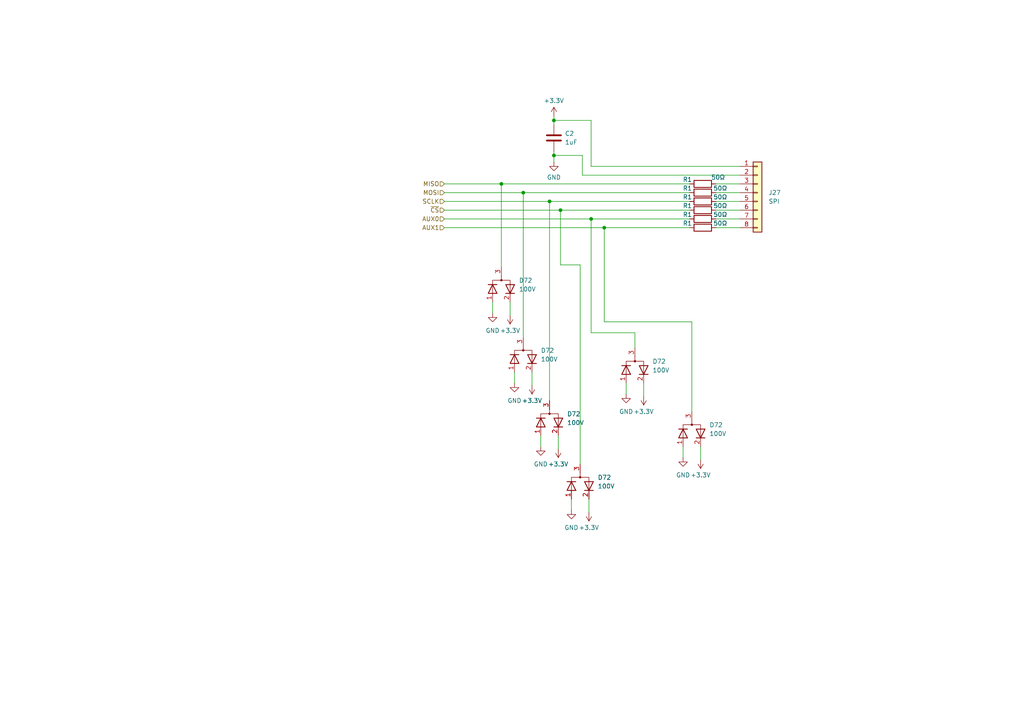
<source format=kicad_sch>
(kicad_sch (version 20230121) (generator eeschema)
  (paper "A4")
  (lib_symbols
    (symbol "Connector_Generic:Conn_01x08" (pin_names (offset 1.016) hide)
      (property "Reference" "J" (at 0 10.16 0))
      (property "Value" "Conn_01x08" (at 0 -12.7 0))
      (symbol "Conn_01x08_1_1"
        (rectangle (start -1.27 -10.033) (end 0 -10.287) (stroke (width 0.1524)))
        (rectangle (start -1.27 -7.493) (end 0 -7.747) (stroke (width 0.1524)))
        (rectangle (start -1.27 -4.953) (end 0 -5.207) (stroke (width 0.1524)))
        (rectangle (start -1.27 -2.413) (end 0 -2.667) (stroke (width 0.1524)))
        (rectangle (start -1.27 0.127) (end 0 -0.127) (stroke (width 0.1524)))
        (rectangle (start -1.27 2.667) (end 0 2.413) (stroke (width 0.1524)))
        (rectangle (start -1.27 5.207) (end 0 4.953) (stroke (width 0.1524)))
        (rectangle (start -1.27 7.747) (end 0 7.493) (stroke (width 0.1524)))
        (rectangle (start -1.27 8.89) (end 1.27 -11.43) (stroke (width 0.254)) (fill (type background)))
        (pin passive line (at -5.08 7.62 0) (length 3.81) (name "Pin_1") (number "1"))
        (pin passive line (at -5.08 5.08 0) (length 3.81) (name "Pin_2") (number "2"))
        (pin passive line (at -5.08 2.54 0) (length 3.81) (name "Pin_3") (number "3"))
        (pin passive line (at -5.08 0 0) (length 3.81) (name "Pin_4") (number "4"))
        (pin passive line (at -5.08 -2.54 0) (length 3.81) (name "Pin_5") (number "5"))
        (pin passive line (at -5.08 -5.08 0) (length 3.81) (name "Pin_6") (number "6"))
        (pin passive line (at -5.08 -7.62 0) (length 3.81) (name "Pin_7") (number "7"))
        (pin passive line (at -5.08 -10.16 0) (length 3.81) (name "Pin_8") (number "8"))
      )
    )
    (symbol "Device:C" (pin_numbers hide) (pin_names (offset 0.254))
      (property "Reference" "C" (at 0.635 2.54 0))
      (property "Value" "C" (at 0.635 -2.54 0))
      (symbol "C_0_1"
        (polyline (pts (xy -2.032 -0.762) (xy 2.032 -0.762)) (stroke (width 0.508)))
        (polyline (pts (xy -2.032 0.762) (xy 2.032 0.762)) (stroke (width 0.508)))
      )
      (symbol "C_1_1"
        (pin passive line (at 0 3.81 270) (length 2.794) (name "~") (number "1"))
        (pin passive line (at 0 -3.81 90) (length 2.794) (name "~") (number "2"))
      )
    )
    (symbol "Device:D_Dual_Series_AKC_Parallel" (pin_names (offset 0.762) hide)
      (property "Reference" "D" (at 0 5.08 0))
      (property "Value" "D_Dual_Series_AKC_Parallel" (at 0 -5.08 0))
      (symbol "D_Dual_Series_AKC_Parallel_0_0"
        (polyline (pts (xy 0 -1.27) (xy 0 -3.81)) (stroke (width 0.254)))
        (polyline (pts (xy 2.54 3.81) (xy 2.54 1.27)) (stroke (width 0.254)))
      )
      (symbol "D_Dual_Series_AKC_Parallel_0_1"
        (circle (center -1.27 0) (radius 0.254) (fill (type outline)))
        (polyline (pts (xy -1.27 0) (xy -2.54 0)))
        (polyline (pts (xy 2.54 2.54) (xy -1.27 2.54) (xy -1.27 -2.54) (xy 2.54 -2.54)))
        (polyline (pts (xy 0 3.81) (xy 2.54 2.54) (xy 0 1.27) (xy 0 3.81) (xy 0 3.81) (xy 0 3.81)) (stroke (width 0.254)))
        (polyline (pts (xy 2.54 -1.27) (xy 0 -2.54) (xy 2.54 -3.81) (xy 2.54 -1.27) (xy 2.54 -1.27) (xy 2.54 -1.27)) (stroke (width 0.254)))
        (pin passive line (at 5.08 -2.54 180) (length 2.54) (name "K") (number "1"))
        (pin passive line (at 5.08 2.54 180) (length 2.54) (name "K") (number "2"))
        (pin passive line (at -5.08 0 0) (length 2.54) (name "A") (number "3"))
      )
    )
    (symbol "Device:R" (pin_numbers hide) (pin_names (offset 0))
      (property "Reference" "R" (at 2.032 0 90))
      (property "Value" "R" (at 0 0 90))
      (symbol "R_0_1"
        (rectangle (start -1.016 -2.54) (end 1.016 2.54) (stroke (width 0.254)))
      )
      (symbol "R_1_1"
        (pin passive line (at 0 3.81 270) (length 1.27) (name "~") (number "1"))
        (pin passive line (at 0 -3.81 90) (length 1.27) (name "~") (number "2"))
      )
    )
    (symbol "power:+3.3V" (power) (pin_names (offset 0))
      (property "Value" "+3.3V" (at 0 3.556 0))
      (symbol "+3.3V_0_1"
        (polyline (pts (xy -0.762 1.27) (xy 0 2.54)))
        (polyline (pts (xy 0 0) (xy 0 2.54)))
        (polyline (pts (xy 0 2.54) (xy 0.762 1.27)))
      )
      (symbol "+3.3V_1_1"
        (pin power_in line (at 0 0 90) (length 0) hide (name "+3.3V") (number "1"))
      )
    )
    (symbol "power:GND" (power) (pin_names (offset 0))
      (property "Value" "GND" (at 0 -3.81 0))
      (symbol "GND_0_1"
        (polyline (pts (xy 0 0) (xy 0 -1.27) (xy 1.27 -1.27) (xy 0 -2.54) (xy -1.27 -1.27) (xy 0 -1.27)))
      )
      (symbol "GND_1_1"
        (pin power_in line (at 0 0 270) (length 0) hide (name "GND") (number "1"))
      )
    )
  )
  (junction (at 145.415 53.34))
  (junction (at 151.765 55.88))
  (junction (at 171.45 63.5))
  (junction (at 162.56 60.96))
  (junction (at 160.655 34.925))
  (junction (at 160.655 45.085))
  (junction (at 175.26 66.04))
  (junction (at 159.385 58.42))
  (wire (pts (xy 171.45 34.925) (xy 171.45 48.26)))
  (wire (pts (xy 207.645 63.5) (xy 214.63 63.5)))
  (wire (pts (xy 159.385 58.42) (xy 200.025 58.42)))
  (wire (pts (xy 200.66 119.38) (xy 200.66 93.345)))
  (wire (pts (xy 171.45 63.5) (xy 171.45 96.52)))
  (wire (pts (xy 128.905 63.5) (xy 171.45 63.5)))
  (wire (pts (xy 145.415 53.34) (xy 200.025 53.34)))
  (wire (pts (xy 142.875 90.805) (xy 142.875 87.63)))
  (wire (pts (xy 175.26 66.04) (xy 200.025 66.04)))
  (wire (pts (xy 184.15 100.965) (xy 184.15 96.52)))
  (wire (pts (xy 128.905 60.96) (xy 162.56 60.96)))
  (wire (pts (xy 168.275 76.835) (xy 162.56 76.835)))
  (wire (pts (xy 161.925 130.175) (xy 161.925 126.365)))
  (wire (pts (xy 151.765 55.88) (xy 200.025 55.88)))
  (wire (pts (xy 128.905 53.34) (xy 145.415 53.34)))
  (wire (pts (xy 160.655 43.815) (xy 160.655 45.085)))
  (wire (pts (xy 128.905 55.88) (xy 151.765 55.88)))
  (wire (pts (xy 207.645 55.88) (xy 214.63 55.88)))
  (wire (pts (xy 147.955 91.44) (xy 147.955 87.63)))
  (wire (pts (xy 160.655 45.085) (xy 160.655 46.99)))
  (wire (pts (xy 184.15 96.52) (xy 171.45 96.52)))
  (wire (pts (xy 160.655 45.085) (xy 168.91 45.085)))
  (wire (pts (xy 162.56 60.96) (xy 200.025 60.96)))
  (wire (pts (xy 159.385 58.42) (xy 159.385 116.205)))
  (wire (pts (xy 168.275 134.62) (xy 168.275 76.835)))
  (wire (pts (xy 128.905 58.42) (xy 159.385 58.42)))
  (wire (pts (xy 151.765 55.88) (xy 151.765 97.79)))
  (wire (pts (xy 170.815 148.59) (xy 170.815 144.78)))
  (wire (pts (xy 160.655 34.925) (xy 171.45 34.925)))
  (wire (pts (xy 207.645 66.04) (xy 214.63 66.04)))
  (wire (pts (xy 198.12 132.715) (xy 198.12 129.54)))
  (wire (pts (xy 181.61 114.3) (xy 181.61 111.125)))
  (wire (pts (xy 171.45 48.26) (xy 214.63 48.26)))
  (wire (pts (xy 128.905 66.04) (xy 175.26 66.04)))
  (wire (pts (xy 207.645 53.34) (xy 214.63 53.34)))
  (wire (pts (xy 162.56 76.835) (xy 162.56 60.96)))
  (wire (pts (xy 207.645 58.42) (xy 214.63 58.42)))
  (wire (pts (xy 203.2 133.35) (xy 203.2 129.54)))
  (wire (pts (xy 156.845 129.54) (xy 156.845 126.365)))
  (wire (pts (xy 171.45 63.5) (xy 200.025 63.5)))
  (wire (pts (xy 145.415 53.34) (xy 145.415 77.47)))
  (wire (pts (xy 154.305 111.76) (xy 154.305 107.95)))
  (wire (pts (xy 168.91 45.085) (xy 168.91 50.8)))
  (wire (pts (xy 186.69 114.935) (xy 186.69 111.125)))
  (wire (pts (xy 200.66 93.345) (xy 175.26 93.345)))
  (wire (pts (xy 168.91 50.8) (xy 214.63 50.8)))
  (wire (pts (xy 160.655 34.925) (xy 160.655 36.195)))
  (wire (pts (xy 149.225 111.125) (xy 149.225 107.95)))
  (wire (pts (xy 165.735 147.955) (xy 165.735 144.78)))
  (wire (pts (xy 160.655 33.655) (xy 160.655 34.925)))
  (wire (pts (xy 207.645 60.96) (xy 214.63 60.96)))
  (wire (pts (xy 175.26 93.345) (xy 175.26 66.04)))
  (hierarchical_label "MOSI" (shape input) (at 128.905 55.88 180))
  (hierarchical_label "AUX1" (shape input) (at 128.905 66.04 180))
  (hierarchical_label "SCLK" (shape input) (at 128.905 58.42 180))
  (hierarchical_label "AUX0" (shape input) (at 128.905 63.5 180))
  (hierarchical_label "MISO" (shape input) (at 128.905 53.34 180))
  (hierarchical_label "~{CS}" (shape input) (at 128.905 60.96 180))
  (symbol (lib_id "power:GND") (at 198.12 132.715 0) (unit 1)
    (property "Reference" "#PWR01" (effects hide))
    (property "Value" "GND" (at 198.12 137.795 0))
    (instances (project "TeensyIrrigation" (path "" (reference "#PWR01") (unit 1)) (path "" (reference "#PWR05") (unit 1)) (path "" (reference "#PWR09") (unit 1)) (path "" (reference "#PWR013") (unit 1)) (path "" (reference "#PWR017") (unit 1)) (path "" (reference "#PWR044") (unit 1)) (path "" (reference "#PWR036") (unit 1)) (path "" (reference "#PWR040") (unit 1)) (path "" (reference "#PWR032") (unit 1)) (path "" (reference "#PWR054") (unit 1)) (path "" (reference "#PWR062") (unit 1)) (path "" (reference "#PWR058") (unit 1)) (path "" (reference "#PWR066") (unit 1)) (path "" (reference "#PWR076") (unit 1)) (path "" (reference "#PWR084") (unit 1)) (path "" (reference "#PWR080") (unit 1)) (path "" (reference "#PWR088") (unit 1)) (path "" (reference "#PWR0102") (unit 1)) (path "" (reference "#PWR033") (unit 1)) (path "" (reference "#PWR073") (unit 1)) (path "" (reference "#PWR092") (unit 1)) (path "" (reference "#PWR029") (unit 1)) (path "" (reference "#PWR0104") (unit 1)) (path "" (reference "#PWR037") (unit 1)) (path "" (reference "#PWR090") (unit 1)) (path "" (reference "#PWR063") (unit 1)) (path "" (reference "#PWR0112") (unit 1)) (path "" (reference "#PWR014") (unit 1)) (path "" (reference "#PWR098") (unit 1)) (path "" (reference "#PWR059") (unit 1)) (path "" (reference "#PWR0100") (unit 1)) (path "" (reference "#PWR096") (unit 1)) (path "" (reference "#PWR094") (unit 1)) (path "" (reference "#PWR0209") (unit 1)) (path "" (reference "#PWR0213") (unit 1)) (path "" (reference "#PWR0217") (unit 1)) (path "" (reference "#PWR0221") (unit 1)) (path "" (reference "#PWR0236") (unit 1)) (path "" (reference "#PWR0244") (unit 1)) (path "" (reference "#PWR0230") (unit 1)) (path "" (reference "#PWR0238") (unit 1)) (path "" (reference "#PWR0265") (unit 1)) (path "" (reference "#PWR0279") (unit 1))))
  )
  (symbol (lib_id "Device:R") (at 203.835 58.42 270) (unit 1)
    (property "Reference" "R1" (at 199.39 57.15 90))
    (property "Value" "50Ω" (at 208.915 57.15 90))
    (property "Footprint" "Resistor_SMD:R_0805_2012Metric" (effects hide))
    (instances (project "TeensyIrrigation" (path "" (reference "R1") (unit 1)) (path "" (reference "R3") (unit 1)) (path "" (reference "R6") (unit 1)) (path "" (reference "R9") (unit 1)) (path "" (reference "R12") (unit 1)) (path "" (reference "R24") (unit 1)) (path "" (reference "R18") (unit 1)) (path "" (reference "R21") (unit 1)) (path "" (reference "R15") (unit 1)) (path "" (reference "R27") (unit 1)) (path "" (reference "R33") (unit 1)) (path "" (reference "R30") (unit 1)) (path "" (reference "R36") (unit 1)) (path "" (reference "R39") (unit 1)) (path "" (reference "R45") (unit 1)) (path "" (reference "R42") (unit 1)) (path "" (reference "R48") (unit 1)) (path "" (reference "R37") (unit 1)) (path "" (reference "R20") (unit 1)) (path "" (reference "R26") (unit 1)) (path "" (reference "R29") (unit 1)) (path "" (reference "R19") (unit 1)) (path "" (reference "R38") (unit 1)) (path "" (reference "R22") (unit 1)) (path "" (reference "R28") (unit 1)) (path "" (reference "R25") (unit 1)) (path "" (reference "R40") (unit 1)) (path "" (reference "R17") (unit 1)) (path "" (reference "R34") (unit 1)) (path "" (reference "R23") (unit 1)) (path "" (reference "R35") (unit 1)) (path "" (reference "R32") (unit 1)) (path "" (reference "R31") (unit 1)) (path "" (reference "R50") (unit 1)) (path "" (reference "R51") (unit 1)) (path "" (reference "R63") (unit 1)) (path "" (reference "R67") (unit 1)) (path "" (reference "R73") (unit 1))))
  )
  (symbol (lib_id "power:+3.3V") (at 203.2 133.35 180) (unit 1)
    (property "Reference" "#PWR0266" (effects hide))
    (property "Value" "+3.3V" (at 203.2 137.795 0))
    (instances (project "TeensyIrrigation" (path "" (reference "#PWR0266") (unit 1)) (path "" (reference "#PWR0280") (unit 1))))
  )
  (symbol (lib_id "Connector_Generic:Conn_01x08") (at 219.71 55.88 0) (unit 1)
    (property "Reference" "J27" (at 222.885 55.88 0) (effects (justify left)))
    (property "Value" "SPI" (at 222.885 58.42 0) (effects (justify left)))
    (property "Footprint" "Connector_PinHeader_2.54mm:PinHeader_1x08_P2.54mm_Vertical" (effects hide))
    (instances (project "TeensyIrrigation" (path "" (reference "J27") (unit 1)) (path "" (reference "J28") (unit 1))))
  )
  (symbol (lib_id "power:GND") (at 181.61 114.3 0) (unit 1)
    (property "Reference" "#PWR01" (effects hide))
    (property "Value" "GND" (at 181.61 119.38 0))
    (instances (project "TeensyIrrigation" (path "" (reference "#PWR01") (unit 1)) (path "" (reference "#PWR05") (unit 1)) (path "" (reference "#PWR09") (unit 1)) (path "" (reference "#PWR013") (unit 1)) (path "" (reference "#PWR017") (unit 1)) (path "" (reference "#PWR044") (unit 1)) (path "" (reference "#PWR036") (unit 1)) (path "" (reference "#PWR040") (unit 1)) (path "" (reference "#PWR032") (unit 1)) (path "" (reference "#PWR054") (unit 1)) (path "" (reference "#PWR062") (unit 1)) (path "" (reference "#PWR058") (unit 1)) (path "" (reference "#PWR066") (unit 1)) (path "" (reference "#PWR076") (unit 1)) (path "" (reference "#PWR084") (unit 1)) (path "" (reference "#PWR080") (unit 1)) (path "" (reference "#PWR088") (unit 1)) (path "" (reference "#PWR0102") (unit 1)) (path "" (reference "#PWR033") (unit 1)) (path "" (reference "#PWR073") (unit 1)) (path "" (reference "#PWR092") (unit 1)) (path "" (reference "#PWR029") (unit 1)) (path "" (reference "#PWR0104") (unit 1)) (path "" (reference "#PWR037") (unit 1)) (path "" (reference "#PWR090") (unit 1)) (path "" (reference "#PWR063") (unit 1)) (path "" (reference "#PWR0112") (unit 1)) (path "" (reference "#PWR014") (unit 1)) (path "" (reference "#PWR098") (unit 1)) (path "" (reference "#PWR059") (unit 1)) (path "" (reference "#PWR0100") (unit 1)) (path "" (reference "#PWR096") (unit 1)) (path "" (reference "#PWR094") (unit 1)) (path "" (reference "#PWR0209") (unit 1)) (path "" (reference "#PWR0213") (unit 1)) (path "" (reference "#PWR0217") (unit 1)) (path "" (reference "#PWR0221") (unit 1)) (path "" (reference "#PWR0236") (unit 1)) (path "" (reference "#PWR0244") (unit 1)) (path "" (reference "#PWR0230") (unit 1)) (path "" (reference "#PWR0238") (unit 1)) (path "" (reference "#PWR0263") (unit 1)) (path "" (reference "#PWR0277") (unit 1))))
  )
  (symbol (lib_id "Device:D_Dual_Series_AKC_Parallel") (at 145.415 82.55 270) (unit 1)
    (property "Reference" "D72" (at 150.495 81.3435 90) (effects (justify left)))
    (property "Value" "100V" (at 150.495 83.8835 90) (effects (justify left)))
    (property "Footprint" "Package_TO_SOT_SMD:SOT-23-3" (effects hide))
    (instances (project "TeensyIrrigation" (path "" (reference "D72") (unit 1)) (path "" (reference "D73") (unit 1)) (path "" (reference "D74") (unit 1)) (path "" (reference "D75") (unit 1)) (path "" (reference "D76") (unit 1)) (path "" (reference "D77") (unit 1)) (path "" (reference "D78") (unit 1)) (path "" (reference "D79") (unit 1)) (path "" (reference "D80") (unit 1)) (path "" (reference "D81") (unit 1)) (path "" (reference "D82") (unit 1)) (path "" (reference "D83") (unit 1)) (path "" (reference "D84") (unit 1)) (path "" (reference "D85") (unit 1)) (path "" (reference "D86") (unit 1)) (path "" (reference "D87") (unit 1)) (path "" (reference "D88") (unit 1)) (path "" (reference "D89") (unit 1)) (path "" (reference "D90") (unit 1)) (path "" (reference "D91") (unit 1)) (path "" (reference "D92") (unit 1)) (path "" (reference "D93") (unit 1)) (path "" (reference "D94") (unit 1)) (path "" (reference "D95") (unit 1)) (path "" (reference "D96") (unit 1)) (path "" (reference "D97") (unit 1)) (path "" (reference "D98") (unit 1)) (path "" (reference "D99") (unit 1)) (path "" (reference "D100") (unit 1)) (path "" (reference "D101") (unit 1)) (path "" (reference "D102") (unit 1)) (path "" (reference "D103") (unit 1)) (path "" (reference "D104") (unit 1)) (path "" (reference "D105") (unit 1)) (path "" (reference "D106") (unit 1)) (path "" (reference "D107") (unit 1)) (path "" (reference "D108") (unit 1)) (path "" (reference "D109") (unit 1)) (path "" (reference "D110") (unit 1)) (path "" (reference "D111") (unit 1)) (path "" (reference "D57") (unit 1)) (path "" (reference "D63") (unit 1))))
  )
  (symbol (lib_id "Device:R") (at 203.835 63.5 270) (unit 1)
    (property "Reference" "R1" (at 199.39 62.23 90))
    (property "Value" "50Ω" (at 208.915 62.23 90))
    (property "Footprint" "Resistor_SMD:R_0805_2012Metric" (effects hide))
    (instances (project "TeensyIrrigation" (path "" (reference "R1") (unit 1)) (path "" (reference "R3") (unit 1)) (path "" (reference "R6") (unit 1)) (path "" (reference "R9") (unit 1)) (path "" (reference "R12") (unit 1)) (path "" (reference "R24") (unit 1)) (path "" (reference "R18") (unit 1)) (path "" (reference "R21") (unit 1)) (path "" (reference "R15") (unit 1)) (path "" (reference "R27") (unit 1)) (path "" (reference "R33") (unit 1)) (path "" (reference "R30") (unit 1)) (path "" (reference "R36") (unit 1)) (path "" (reference "R39") (unit 1)) (path "" (reference "R45") (unit 1)) (path "" (reference "R42") (unit 1)) (path "" (reference "R48") (unit 1)) (path "" (reference "R37") (unit 1)) (path "" (reference "R20") (unit 1)) (path "" (reference "R26") (unit 1)) (path "" (reference "R29") (unit 1)) (path "" (reference "R19") (unit 1)) (path "" (reference "R38") (unit 1)) (path "" (reference "R22") (unit 1)) (path "" (reference "R28") (unit 1)) (path "" (reference "R25") (unit 1)) (path "" (reference "R40") (unit 1)) (path "" (reference "R17") (unit 1)) (path "" (reference "R34") (unit 1)) (path "" (reference "R23") (unit 1)) (path "" (reference "R35") (unit 1)) (path "" (reference "R32") (unit 1)) (path "" (reference "R31") (unit 1)) (path "" (reference "R50") (unit 1)) (path "" (reference "R51") (unit 1)) (path "" (reference "R63") (unit 1)) (path "" (reference "R69") (unit 1)) (path "" (reference "R75") (unit 1))))
  )
  (symbol (lib_id "Device:R") (at 203.835 55.88 270) (unit 1)
    (property "Reference" "R1" (at 199.39 54.61 90))
    (property "Value" "50Ω" (at 208.915 54.61 90))
    (property "Footprint" "Resistor_SMD:R_0805_2012Metric" (effects hide))
    (instances (project "TeensyIrrigation" (path "" (reference "R1") (unit 1)) (path "" (reference "R3") (unit 1)) (path "" (reference "R6") (unit 1)) (path "" (reference "R9") (unit 1)) (path "" (reference "R12") (unit 1)) (path "" (reference "R24") (unit 1)) (path "" (reference "R18") (unit 1)) (path "" (reference "R21") (unit 1)) (path "" (reference "R15") (unit 1)) (path "" (reference "R27") (unit 1)) (path "" (reference "R33") (unit 1)) (path "" (reference "R30") (unit 1)) (path "" (reference "R36") (unit 1)) (path "" (reference "R39") (unit 1)) (path "" (reference "R45") (unit 1)) (path "" (reference "R42") (unit 1)) (path "" (reference "R48") (unit 1)) (path "" (reference "R37") (unit 1)) (path "" (reference "R20") (unit 1)) (path "" (reference "R26") (unit 1)) (path "" (reference "R29") (unit 1)) (path "" (reference "R19") (unit 1)) (path "" (reference "R38") (unit 1)) (path "" (reference "R22") (unit 1)) (path "" (reference "R28") (unit 1)) (path "" (reference "R25") (unit 1)) (path "" (reference "R40") (unit 1)) (path "" (reference "R17") (unit 1)) (path "" (reference "R34") (unit 1)) (path "" (reference "R23") (unit 1)) (path "" (reference "R35") (unit 1)) (path "" (reference "R32") (unit 1)) (path "" (reference "R31") (unit 1)) (path "" (reference "R50") (unit 1)) (path "" (reference "R51") (unit 1)) (path "" (reference "R63") (unit 1)) (path "" (reference "R66") (unit 1)) (path "" (reference "R72") (unit 1))))
  )
  (symbol (lib_id "power:GND") (at 156.845 129.54 0) (unit 1)
    (property "Reference" "#PWR01" (effects hide))
    (property "Value" "GND" (at 156.845 134.62 0))
    (instances (project "TeensyIrrigation" (path "" (reference "#PWR01") (unit 1)) (path "" (reference "#PWR05") (unit 1)) (path "" (reference "#PWR09") (unit 1)) (path "" (reference "#PWR013") (unit 1)) (path "" (reference "#PWR017") (unit 1)) (path "" (reference "#PWR044") (unit 1)) (path "" (reference "#PWR036") (unit 1)) (path "" (reference "#PWR040") (unit 1)) (path "" (reference "#PWR032") (unit 1)) (path "" (reference "#PWR054") (unit 1)) (path "" (reference "#PWR062") (unit 1)) (path "" (reference "#PWR058") (unit 1)) (path "" (reference "#PWR066") (unit 1)) (path "" (reference "#PWR076") (unit 1)) (path "" (reference "#PWR084") (unit 1)) (path "" (reference "#PWR080") (unit 1)) (path "" (reference "#PWR088") (unit 1)) (path "" (reference "#PWR0102") (unit 1)) (path "" (reference "#PWR033") (unit 1)) (path "" (reference "#PWR073") (unit 1)) (path "" (reference "#PWR092") (unit 1)) (path "" (reference "#PWR029") (unit 1)) (path "" (reference "#PWR0104") (unit 1)) (path "" (reference "#PWR037") (unit 1)) (path "" (reference "#PWR090") (unit 1)) (path "" (reference "#PWR063") (unit 1)) (path "" (reference "#PWR0112") (unit 1)) (path "" (reference "#PWR014") (unit 1)) (path "" (reference "#PWR098") (unit 1)) (path "" (reference "#PWR059") (unit 1)) (path "" (reference "#PWR0100") (unit 1)) (path "" (reference "#PWR096") (unit 1)) (path "" (reference "#PWR094") (unit 1)) (path "" (reference "#PWR0209") (unit 1)) (path "" (reference "#PWR0213") (unit 1)) (path "" (reference "#PWR0217") (unit 1)) (path "" (reference "#PWR0221") (unit 1)) (path "" (reference "#PWR0236") (unit 1)) (path "" (reference "#PWR0244") (unit 1)) (path "" (reference "#PWR0230") (unit 1)) (path "" (reference "#PWR0238") (unit 1)) (path "" (reference "#PWR0257") (unit 1)) (path "" (reference "#PWR0271") (unit 1))))
  )
  (symbol (lib_id "power:GND") (at 160.655 46.99 0) (unit 1)
    (property "Reference" "#PWR07" (effects hide))
    (property "Value" "GND" (at 160.655 51.435 0))
    (instances (project "TeensyIrrigation" (path "" (reference "#PWR07") (unit 1)) (path "" (reference "#PWR089") (unit 1)) (path "" (reference "#PWR0259") (unit 1)) (path "" (reference "#PWR0273") (unit 1))))
  )
  (symbol (lib_id "power:GND") (at 149.225 111.125 0) (unit 1)
    (property "Reference" "#PWR01" (effects hide))
    (property "Value" "GND" (at 149.225 116.205 0))
    (instances (project "TeensyIrrigation" (path "" (reference "#PWR01") (unit 1)) (path "" (reference "#PWR05") (unit 1)) (path "" (reference "#PWR09") (unit 1)) (path "" (reference "#PWR013") (unit 1)) (path "" (reference "#PWR017") (unit 1)) (path "" (reference "#PWR044") (unit 1)) (path "" (reference "#PWR036") (unit 1)) (path "" (reference "#PWR040") (unit 1)) (path "" (reference "#PWR032") (unit 1)) (path "" (reference "#PWR054") (unit 1)) (path "" (reference "#PWR062") (unit 1)) (path "" (reference "#PWR058") (unit 1)) (path "" (reference "#PWR066") (unit 1)) (path "" (reference "#PWR076") (unit 1)) (path "" (reference "#PWR084") (unit 1)) (path "" (reference "#PWR080") (unit 1)) (path "" (reference "#PWR088") (unit 1)) (path "" (reference "#PWR0102") (unit 1)) (path "" (reference "#PWR033") (unit 1)) (path "" (reference "#PWR073") (unit 1)) (path "" (reference "#PWR092") (unit 1)) (path "" (reference "#PWR029") (unit 1)) (path "" (reference "#PWR0104") (unit 1)) (path "" (reference "#PWR037") (unit 1)) (path "" (reference "#PWR090") (unit 1)) (path "" (reference "#PWR063") (unit 1)) (path "" (reference "#PWR0112") (unit 1)) (path "" (reference "#PWR014") (unit 1)) (path "" (reference "#PWR098") (unit 1)) (path "" (reference "#PWR059") (unit 1)) (path "" (reference "#PWR0100") (unit 1)) (path "" (reference "#PWR096") (unit 1)) (path "" (reference "#PWR094") (unit 1)) (path "" (reference "#PWR0209") (unit 1)) (path "" (reference "#PWR0213") (unit 1)) (path "" (reference "#PWR0217") (unit 1)) (path "" (reference "#PWR0221") (unit 1)) (path "" (reference "#PWR0236") (unit 1)) (path "" (reference "#PWR0244") (unit 1)) (path "" (reference "#PWR0230") (unit 1)) (path "" (reference "#PWR0238") (unit 1)) (path "" (reference "#PWR0255") (unit 1)) (path "" (reference "#PWR0269") (unit 1))))
  )
  (symbol (lib_id "Device:R") (at 203.835 53.34 270) (unit 1)
    (property "Reference" "R1" (at 199.39 52.07 90))
    (property "Value" "50Ω" (at 208.28 51.435 90))
    (property "Footprint" "Resistor_SMD:R_0805_2012Metric" (effects hide))
    (instances (project "TeensyIrrigation" (path "" (reference "R1") (unit 1)) (path "" (reference "R3") (unit 1)) (path "" (reference "R6") (unit 1)) (path "" (reference "R9") (unit 1)) (path "" (reference "R12") (unit 1)) (path "" (reference "R24") (unit 1)) (path "" (reference "R18") (unit 1)) (path "" (reference "R21") (unit 1)) (path "" (reference "R15") (unit 1)) (path "" (reference "R27") (unit 1)) (path "" (reference "R33") (unit 1)) (path "" (reference "R30") (unit 1)) (path "" (reference "R36") (unit 1)) (path "" (reference "R39") (unit 1)) (path "" (reference "R45") (unit 1)) (path "" (reference "R42") (unit 1)) (path "" (reference "R48") (unit 1)) (path "" (reference "R37") (unit 1)) (path "" (reference "R20") (unit 1)) (path "" (reference "R26") (unit 1)) (path "" (reference "R29") (unit 1)) (path "" (reference "R19") (unit 1)) (path "" (reference "R38") (unit 1)) (path "" (reference "R22") (unit 1)) (path "" (reference "R28") (unit 1)) (path "" (reference "R25") (unit 1)) (path "" (reference "R40") (unit 1)) (path "" (reference "R17") (unit 1)) (path "" (reference "R34") (unit 1)) (path "" (reference "R23") (unit 1)) (path "" (reference "R35") (unit 1)) (path "" (reference "R32") (unit 1)) (path "" (reference "R31") (unit 1)) (path "" (reference "R50") (unit 1)) (path "" (reference "R51") (unit 1)) (path "" (reference "R63") (unit 1)) (path "" (reference "R65") (unit 1)) (path "" (reference "R71") (unit 1))))
  )
  (symbol (lib_id "power:+3.3V") (at 154.305 111.76 180) (unit 1)
    (property "Reference" "#PWR0256" (effects hide))
    (property "Value" "+3.3V" (at 154.305 116.205 0))
    (instances (project "TeensyIrrigation" (path "" (reference "#PWR0256") (unit 1)) (path "" (reference "#PWR0270") (unit 1))))
  )
  (symbol (lib_id "Device:D_Dual_Series_AKC_Parallel") (at 151.765 102.87 270) (unit 1)
    (property "Reference" "D72" (at 156.845 101.6635 90) (effects (justify left)))
    (property "Value" "100V" (at 156.845 104.2035 90) (effects (justify left)))
    (property "Footprint" "Package_TO_SOT_SMD:SOT-23-3" (effects hide))
    (instances (project "TeensyIrrigation" (path "" (reference "D72") (unit 1)) (path "" (reference "D73") (unit 1)) (path "" (reference "D74") (unit 1)) (path "" (reference "D75") (unit 1)) (path "" (reference "D76") (unit 1)) (path "" (reference "D77") (unit 1)) (path "" (reference "D78") (unit 1)) (path "" (reference "D79") (unit 1)) (path "" (reference "D80") (unit 1)) (path "" (reference "D81") (unit 1)) (path "" (reference "D82") (unit 1)) (path "" (reference "D83") (unit 1)) (path "" (reference "D84") (unit 1)) (path "" (reference "D85") (unit 1)) (path "" (reference "D86") (unit 1)) (path "" (reference "D87") (unit 1)) (path "" (reference "D88") (unit 1)) (path "" (reference "D89") (unit 1)) (path "" (reference "D90") (unit 1)) (path "" (reference "D91") (unit 1)) (path "" (reference "D92") (unit 1)) (path "" (reference "D93") (unit 1)) (path "" (reference "D94") (unit 1)) (path "" (reference "D95") (unit 1)) (path "" (reference "D96") (unit 1)) (path "" (reference "D97") (unit 1)) (path "" (reference "D98") (unit 1)) (path "" (reference "D99") (unit 1)) (path "" (reference "D100") (unit 1)) (path "" (reference "D101") (unit 1)) (path "" (reference "D102") (unit 1)) (path "" (reference "D103") (unit 1)) (path "" (reference "D104") (unit 1)) (path "" (reference "D105") (unit 1)) (path "" (reference "D106") (unit 1)) (path "" (reference "D107") (unit 1)) (path "" (reference "D108") (unit 1)) (path "" (reference "D109") (unit 1)) (path "" (reference "D110") (unit 1)) (path "" (reference "D111") (unit 1)) (path "" (reference "D58") (unit 1)) (path "" (reference "D64") (unit 1))))
  )
  (symbol (lib_id "power:+3.3V") (at 160.655 33.655 0) (unit 1)
    (property "Reference" "#PWR0258" (effects hide))
    (property "Value" "+3.3V" (at 160.655 29.21 0))
    (instances (project "TeensyIrrigation" (path "" (reference "#PWR0258") (unit 1)) (path "" (reference "#PWR0272") (unit 1))))
  )
  (symbol (lib_id "Device:D_Dual_Series_AKC_Parallel") (at 200.66 124.46 270) (unit 1)
    (property "Reference" "D72" (at 205.74 123.2535 90) (effects (justify left)))
    (property "Value" "100V" (at 205.74 125.7935 90) (effects (justify left)))
    (property "Footprint" "Package_TO_SOT_SMD:SOT-23-3" (effects hide))
    (instances (project "TeensyIrrigation" (path "" (reference "D72") (unit 1)) (path "" (reference "D73") (unit 1)) (path "" (reference "D74") (unit 1)) (path "" (reference "D75") (unit 1)) (path "" (reference "D76") (unit 1)) (path "" (reference "D77") (unit 1)) (path "" (reference "D78") (unit 1)) (path "" (reference "D79") (unit 1)) (path "" (reference "D80") (unit 1)) (path "" (reference "D81") (unit 1)) (path "" (reference "D82") (unit 1)) (path "" (reference "D83") (unit 1)) (path "" (reference "D84") (unit 1)) (path "" (reference "D85") (unit 1)) (path "" (reference "D86") (unit 1)) (path "" (reference "D87") (unit 1)) (path "" (reference "D88") (unit 1)) (path "" (reference "D89") (unit 1)) (path "" (reference "D90") (unit 1)) (path "" (reference "D91") (unit 1)) (path "" (reference "D92") (unit 1)) (path "" (reference "D93") (unit 1)) (path "" (reference "D94") (unit 1)) (path "" (reference "D95") (unit 1)) (path "" (reference "D96") (unit 1)) (path "" (reference "D97") (unit 1)) (path "" (reference "D98") (unit 1)) (path "" (reference "D99") (unit 1)) (path "" (reference "D100") (unit 1)) (path "" (reference "D101") (unit 1)) (path "" (reference "D102") (unit 1)) (path "" (reference "D103") (unit 1)) (path "" (reference "D104") (unit 1)) (path "" (reference "D105") (unit 1)) (path "" (reference "D106") (unit 1)) (path "" (reference "D107") (unit 1)) (path "" (reference "D108") (unit 1)) (path "" (reference "D109") (unit 1)) (path "" (reference "D110") (unit 1)) (path "" (reference "D111") (unit 1)) (path "" (reference "D62") (unit 1)) (path "" (reference "D68") (unit 1))))
  )
  (symbol (lib_id "Device:D_Dual_Series_AKC_Parallel") (at 159.385 121.285 270) (unit 1)
    (property "Reference" "D72" (at 164.465 120.0785 90) (effects (justify left)))
    (property "Value" "100V" (at 164.465 122.6185 90) (effects (justify left)))
    (property "Footprint" "Package_TO_SOT_SMD:SOT-23-3" (effects hide))
    (instances (project "TeensyIrrigation" (path "" (reference "D72") (unit 1)) (path "" (reference "D73") (unit 1)) (path "" (reference "D74") (unit 1)) (path "" (reference "D75") (unit 1)) (path "" (reference "D76") (unit 1)) (path "" (reference "D77") (unit 1)) (path "" (reference "D78") (unit 1)) (path "" (reference "D79") (unit 1)) (path "" (reference "D80") (unit 1)) (path "" (reference "D81") (unit 1)) (path "" (reference "D82") (unit 1)) (path "" (reference "D83") (unit 1)) (path "" (reference "D84") (unit 1)) (path "" (reference "D85") (unit 1)) (path "" (reference "D86") (unit 1)) (path "" (reference "D87") (unit 1)) (path "" (reference "D88") (unit 1)) (path "" (reference "D89") (unit 1)) (path "" (reference "D90") (unit 1)) (path "" (reference "D91") (unit 1)) (path "" (reference "D92") (unit 1)) (path "" (reference "D93") (unit 1)) (path "" (reference "D94") (unit 1)) (path "" (reference "D95") (unit 1)) (path "" (reference "D96") (unit 1)) (path "" (reference "D97") (unit 1)) (path "" (reference "D98") (unit 1)) (path "" (reference "D99") (unit 1)) (path "" (reference "D100") (unit 1)) (path "" (reference "D101") (unit 1)) (path "" (reference "D102") (unit 1)) (path "" (reference "D103") (unit 1)) (path "" (reference "D104") (unit 1)) (path "" (reference "D105") (unit 1)) (path "" (reference "D106") (unit 1)) (path "" (reference "D107") (unit 1)) (path "" (reference "D108") (unit 1)) (path "" (reference "D109") (unit 1)) (path "" (reference "D110") (unit 1)) (path "" (reference "D111") (unit 1)) (path "" (reference "D59") (unit 1)) (path "" (reference "D65") (unit 1))))
  )
  (symbol (lib_id "power:GND") (at 142.875 90.805 0) (unit 1)
    (property "Reference" "#PWR01" (effects hide))
    (property "Value" "GND" (at 142.875 95.885 0))
    (instances (project "TeensyIrrigation" (path "" (reference "#PWR01") (unit 1)) (path "" (reference "#PWR05") (unit 1)) (path "" (reference "#PWR09") (unit 1)) (path "" (reference "#PWR013") (unit 1)) (path "" (reference "#PWR017") (unit 1)) (path "" (reference "#PWR044") (unit 1)) (path "" (reference "#PWR036") (unit 1)) (path "" (reference "#PWR040") (unit 1)) (path "" (reference "#PWR032") (unit 1)) (path "" (reference "#PWR054") (unit 1)) (path "" (reference "#PWR062") (unit 1)) (path "" (reference "#PWR058") (unit 1)) (path "" (reference "#PWR066") (unit 1)) (path "" (reference "#PWR076") (unit 1)) (path "" (reference "#PWR084") (unit 1)) (path "" (reference "#PWR080") (unit 1)) (path "" (reference "#PWR088") (unit 1)) (path "" (reference "#PWR0102") (unit 1)) (path "" (reference "#PWR033") (unit 1)) (path "" (reference "#PWR073") (unit 1)) (path "" (reference "#PWR092") (unit 1)) (path "" (reference "#PWR029") (unit 1)) (path "" (reference "#PWR0104") (unit 1)) (path "" (reference "#PWR037") (unit 1)) (path "" (reference "#PWR090") (unit 1)) (path "" (reference "#PWR063") (unit 1)) (path "" (reference "#PWR0112") (unit 1)) (path "" (reference "#PWR014") (unit 1)) (path "" (reference "#PWR098") (unit 1)) (path "" (reference "#PWR059") (unit 1)) (path "" (reference "#PWR0100") (unit 1)) (path "" (reference "#PWR096") (unit 1)) (path "" (reference "#PWR094") (unit 1)) (path "" (reference "#PWR0209") (unit 1)) (path "" (reference "#PWR0213") (unit 1)) (path "" (reference "#PWR0217") (unit 1)) (path "" (reference "#PWR0221") (unit 1)) (path "" (reference "#PWR0236") (unit 1)) (path "" (reference "#PWR0244") (unit 1)) (path "" (reference "#PWR0230") (unit 1)) (path "" (reference "#PWR0238") (unit 1)) (path "" (reference "#PWR0253") (unit 1)) (path "" (reference "#PWR0267") (unit 1))))
  )
  (symbol (lib_id "Device:D_Dual_Series_AKC_Parallel") (at 184.15 106.045 270) (unit 1)
    (property "Reference" "D72" (at 189.23 104.8385 90) (effects (justify left)))
    (property "Value" "100V" (at 189.23 107.3785 90) (effects (justify left)))
    (property "Footprint" "Package_TO_SOT_SMD:SOT-23-3" (effects hide))
    (instances (project "TeensyIrrigation" (path "" (reference "D72") (unit 1)) (path "" (reference "D73") (unit 1)) (path "" (reference "D74") (unit 1)) (path "" (reference "D75") (unit 1)) (path "" (reference "D76") (unit 1)) (path "" (reference "D77") (unit 1)) (path "" (reference "D78") (unit 1)) (path "" (reference "D79") (unit 1)) (path "" (reference "D80") (unit 1)) (path "" (reference "D81") (unit 1)) (path "" (reference "D82") (unit 1)) (path "" (reference "D83") (unit 1)) (path "" (reference "D84") (unit 1)) (path "" (reference "D85") (unit 1)) (path "" (reference "D86") (unit 1)) (path "" (reference "D87") (unit 1)) (path "" (reference "D88") (unit 1)) (path "" (reference "D89") (unit 1)) (path "" (reference "D90") (unit 1)) (path "" (reference "D91") (unit 1)) (path "" (reference "D92") (unit 1)) (path "" (reference "D93") (unit 1)) (path "" (reference "D94") (unit 1)) (path "" (reference "D95") (unit 1)) (path "" (reference "D96") (unit 1)) (path "" (reference "D97") (unit 1)) (path "" (reference "D98") (unit 1)) (path "" (reference "D99") (unit 1)) (path "" (reference "D100") (unit 1)) (path "" (reference "D101") (unit 1)) (path "" (reference "D102") (unit 1)) (path "" (reference "D103") (unit 1)) (path "" (reference "D104") (unit 1)) (path "" (reference "D105") (unit 1)) (path "" (reference "D106") (unit 1)) (path "" (reference "D107") (unit 1)) (path "" (reference "D108") (unit 1)) (path "" (reference "D109") (unit 1)) (path "" (reference "D110") (unit 1)) (path "" (reference "D111") (unit 1)) (path "" (reference "D61") (unit 1)) (path "" (reference "D67") (unit 1))))
  )
  (symbol (lib_id "Device:R") (at 203.835 66.04 270) (unit 1)
    (property "Reference" "R1" (at 199.39 64.77 90))
    (property "Value" "50Ω" (at 208.915 64.77 90))
    (property "Footprint" "Resistor_SMD:R_0805_2012Metric" (effects hide))
    (instances (project "TeensyIrrigation" (path "" (reference "R1") (unit 1)) (path "" (reference "R3") (unit 1)) (path "" (reference "R6") (unit 1)) (path "" (reference "R9") (unit 1)) (path "" (reference "R12") (unit 1)) (path "" (reference "R24") (unit 1)) (path "" (reference "R18") (unit 1)) (path "" (reference "R21") (unit 1)) (path "" (reference "R15") (unit 1)) (path "" (reference "R27") (unit 1)) (path "" (reference "R33") (unit 1)) (path "" (reference "R30") (unit 1)) (path "" (reference "R36") (unit 1)) (path "" (reference "R39") (unit 1)) (path "" (reference "R45") (unit 1)) (path "" (reference "R42") (unit 1)) (path "" (reference "R48") (unit 1)) (path "" (reference "R37") (unit 1)) (path "" (reference "R20") (unit 1)) (path "" (reference "R26") (unit 1)) (path "" (reference "R29") (unit 1)) (path "" (reference "R19") (unit 1)) (path "" (reference "R38") (unit 1)) (path "" (reference "R22") (unit 1)) (path "" (reference "R28") (unit 1)) (path "" (reference "R25") (unit 1)) (path "" (reference "R40") (unit 1)) (path "" (reference "R17") (unit 1)) (path "" (reference "R34") (unit 1)) (path "" (reference "R23") (unit 1)) (path "" (reference "R35") (unit 1)) (path "" (reference "R32") (unit 1)) (path "" (reference "R31") (unit 1)) (path "" (reference "R50") (unit 1)) (path "" (reference "R51") (unit 1)) (path "" (reference "R63") (unit 1)) (path "" (reference "R70") (unit 1)) (path "" (reference "R76") (unit 1))))
  )
  (symbol (lib_id "Device:D_Dual_Series_AKC_Parallel") (at 168.275 139.7 270) (unit 1)
    (property "Reference" "D72" (at 173.355 138.4935 90) (effects (justify left)))
    (property "Value" "100V" (at 173.355 141.0335 90) (effects (justify left)))
    (property "Footprint" "Package_TO_SOT_SMD:SOT-23-3" (effects hide))
    (instances (project "TeensyIrrigation" (path "" (reference "D72") (unit 1)) (path "" (reference "D73") (unit 1)) (path "" (reference "D74") (unit 1)) (path "" (reference "D75") (unit 1)) (path "" (reference "D76") (unit 1)) (path "" (reference "D77") (unit 1)) (path "" (reference "D78") (unit 1)) (path "" (reference "D79") (unit 1)) (path "" (reference "D80") (unit 1)) (path "" (reference "D81") (unit 1)) (path "" (reference "D82") (unit 1)) (path "" (reference "D83") (unit 1)) (path "" (reference "D84") (unit 1)) (path "" (reference "D85") (unit 1)) (path "" (reference "D86") (unit 1)) (path "" (reference "D87") (unit 1)) (path "" (reference "D88") (unit 1)) (path "" (reference "D89") (unit 1)) (path "" (reference "D90") (unit 1)) (path "" (reference "D91") (unit 1)) (path "" (reference "D92") (unit 1)) (path "" (reference "D93") (unit 1)) (path "" (reference "D94") (unit 1)) (path "" (reference "D95") (unit 1)) (path "" (reference "D96") (unit 1)) (path "" (reference "D97") (unit 1)) (path "" (reference "D98") (unit 1)) (path "" (reference "D99") (unit 1)) (path "" (reference "D100") (unit 1)) (path "" (reference "D101") (unit 1)) (path "" (reference "D102") (unit 1)) (path "" (reference "D103") (unit 1)) (path "" (reference "D104") (unit 1)) (path "" (reference "D105") (unit 1)) (path "" (reference "D106") (unit 1)) (path "" (reference "D107") (unit 1)) (path "" (reference "D108") (unit 1)) (path "" (reference "D109") (unit 1)) (path "" (reference "D110") (unit 1)) (path "" (reference "D111") (unit 1)) (path "" (reference "D60") (unit 1)) (path "" (reference "D66") (unit 1))))
  )
  (symbol (lib_id "Device:C") (at 160.655 40.005 0) (unit 1)
    (property "Reference" "C2" (at 163.83 38.735 0) (effects (justify left)))
    (property "Value" "1uF" (at 163.83 41.275 0) (effects (justify left)))
    (property "Footprint" "Capacitor_SMD:C_0805_2012Metric" (effects hide))
    (instances (project "TeensyIrrigation" (path "" (reference "C2") (unit 1)) (path "" (reference "C7") (unit 1)) (path "" (reference "C11") (unit 1)) (path "" (reference "C15") (unit 1)) (path "" (reference "C17") (unit 1)) (path "" (reference "C18") (unit 1)) (path "" (reference "C70") (unit 1)) (path "" (reference "C71") (unit 1))))
  )
  (symbol (lib_id "power:+3.3V") (at 161.925 130.175 180) (unit 1)
    (property "Reference" "#PWR0260" (effects hide))
    (property "Value" "+3.3V" (at 161.925 134.62 0))
    (instances (project "TeensyIrrigation" (path "" (reference "#PWR0260") (unit 1)) (path "" (reference "#PWR0274") (unit 1))))
  )
  (symbol (lib_id "Device:R") (at 203.835 60.96 270) (unit 1)
    (property "Reference" "R1" (at 199.39 59.69 90))
    (property "Value" "50Ω" (at 208.915 59.69 90))
    (property "Footprint" "Resistor_SMD:R_0805_2012Metric" (effects hide))
    (instances (project "TeensyIrrigation" (path "" (reference "R1") (unit 1)) (path "" (reference "R3") (unit 1)) (path "" (reference "R6") (unit 1)) (path "" (reference "R9") (unit 1)) (path "" (reference "R12") (unit 1)) (path "" (reference "R24") (unit 1)) (path "" (reference "R18") (unit 1)) (path "" (reference "R21") (unit 1)) (path "" (reference "R15") (unit 1)) (path "" (reference "R27") (unit 1)) (path "" (reference "R33") (unit 1)) (path "" (reference "R30") (unit 1)) (path "" (reference "R36") (unit 1)) (path "" (reference "R39") (unit 1)) (path "" (reference "R45") (unit 1)) (path "" (reference "R42") (unit 1)) (path "" (reference "R48") (unit 1)) (path "" (reference "R37") (unit 1)) (path "" (reference "R20") (unit 1)) (path "" (reference "R26") (unit 1)) (path "" (reference "R29") (unit 1)) (path "" (reference "R19") (unit 1)) (path "" (reference "R38") (unit 1)) (path "" (reference "R22") (unit 1)) (path "" (reference "R28") (unit 1)) (path "" (reference "R25") (unit 1)) (path "" (reference "R40") (unit 1)) (path "" (reference "R17") (unit 1)) (path "" (reference "R34") (unit 1)) (path "" (reference "R23") (unit 1)) (path "" (reference "R35") (unit 1)) (path "" (reference "R32") (unit 1)) (path "" (reference "R31") (unit 1)) (path "" (reference "R50") (unit 1)) (path "" (reference "R51") (unit 1)) (path "" (reference "R63") (unit 1)) (path "" (reference "R68") (unit 1)) (path "" (reference "R74") (unit 1))))
  )
  (symbol (lib_id "power:+3.3V") (at 170.815 148.59 180) (unit 1)
    (property "Reference" "#PWR0262" (effects hide))
    (property "Value" "+3.3V" (at 170.815 153.035 0))
    (instances (project "TeensyIrrigation" (path "" (reference "#PWR0262") (unit 1)) (path "" (reference "#PWR0276") (unit 1))))
  )
  (symbol (lib_id "power:GND") (at 165.735 147.955 0) (unit 1)
    (property "Reference" "#PWR01" (effects hide))
    (property "Value" "GND" (at 165.735 153.035 0))
    (instances (project "TeensyIrrigation" (path "" (reference "#PWR01") (unit 1)) (path "" (reference "#PWR05") (unit 1)) (path "" (reference "#PWR09") (unit 1)) (path "" (reference "#PWR013") (unit 1)) (path "" (reference "#PWR017") (unit 1)) (path "" (reference "#PWR044") (unit 1)) (path "" (reference "#PWR036") (unit 1)) (path "" (reference "#PWR040") (unit 1)) (path "" (reference "#PWR032") (unit 1)) (path "" (reference "#PWR054") (unit 1)) (path "" (reference "#PWR062") (unit 1)) (path "" (reference "#PWR058") (unit 1)) (path "" (reference "#PWR066") (unit 1)) (path "" (reference "#PWR076") (unit 1)) (path "" (reference "#PWR084") (unit 1)) (path "" (reference "#PWR080") (unit 1)) (path "" (reference "#PWR088") (unit 1)) (path "" (reference "#PWR0102") (unit 1)) (path "" (reference "#PWR033") (unit 1)) (path "" (reference "#PWR073") (unit 1)) (path "" (reference "#PWR092") (unit 1)) (path "" (reference "#PWR029") (unit 1)) (path "" (reference "#PWR0104") (unit 1)) (path "" (reference "#PWR037") (unit 1)) (path "" (reference "#PWR090") (unit 1)) (path "" (reference "#PWR063") (unit 1)) (path "" (reference "#PWR0112") (unit 1)) (path "" (reference "#PWR014") (unit 1)) (path "" (reference "#PWR098") (unit 1)) (path "" (reference "#PWR059") (unit 1)) (path "" (reference "#PWR0100") (unit 1)) (path "" (reference "#PWR096") (unit 1)) (path "" (reference "#PWR094") (unit 1)) (path "" (reference "#PWR0209") (unit 1)) (path "" (reference "#PWR0213") (unit 1)) (path "" (reference "#PWR0217") (unit 1)) (path "" (reference "#PWR0221") (unit 1)) (path "" (reference "#PWR0236") (unit 1)) (path "" (reference "#PWR0244") (unit 1)) (path "" (reference "#PWR0230") (unit 1)) (path "" (reference "#PWR0238") (unit 1)) (path "" (reference "#PWR0261") (unit 1)) (path "" (reference "#PWR0275") (unit 1))))
  )
  (symbol (lib_id "power:+3.3V") (at 147.955 91.44 180) (unit 1)
    (property "Reference" "#PWR0254" (effects hide))
    (property "Value" "+3.3V" (at 147.955 95.885 0))
    (instances (project "TeensyIrrigation" (path "" (reference "#PWR0254") (unit 1)) (path "" (reference "#PWR0268") (unit 1))))
  )
  (symbol (lib_id "power:+3.3V") (at 186.69 114.935 180) (unit 1)
    (property "Reference" "#PWR0264" (effects hide))
    (property "Value" "+3.3V" (at 186.69 119.38 0))
    (instances (project "TeensyIrrigation" (path "" (reference "#PWR0264") (unit 1)) (path "" (reference "#PWR0278") (unit 1))))
  )
)
</source>
